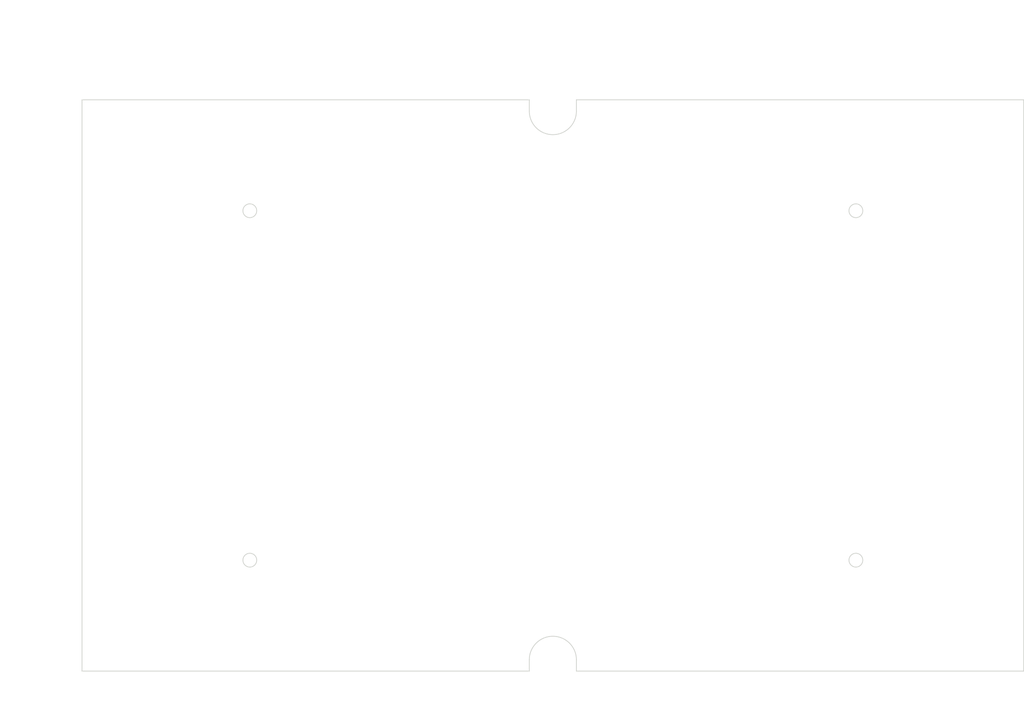
<source format=kicad_pcb>
(kicad_pcb (version 20171130) (host pcbnew "(5.1.0)-1")

  (general
    (thickness 1.6)
    (drawings 70)
    (tracks 0)
    (zones 0)
    (modules 0)
    (nets 1)
  )

  (page A3)
  (layers
    (0 F.Cu signal)
    (31 B.Cu signal)
    (32 B.Adhes user)
    (33 F.Adhes user)
    (34 B.Paste user)
    (35 F.Paste user)
    (36 B.SilkS user)
    (37 F.SilkS user)
    (38 B.Mask user)
    (39 F.Mask user)
    (40 Dwgs.User user)
    (41 Cmts.User user)
    (42 Eco1.User user)
    (43 Eco2.User user)
    (44 Edge.Cuts user)
    (45 Margin user)
    (46 B.CrtYd user)
    (47 F.CrtYd user)
    (48 B.Fab user)
    (49 F.Fab user)
  )

  (setup
    (last_trace_width 0.25)
    (trace_clearance 0.2)
    (zone_clearance 0.508)
    (zone_45_only no)
    (trace_min 0.2)
    (via_size 0.8)
    (via_drill 0.4)
    (via_min_size 0.4)
    (via_min_drill 0.3)
    (uvia_size 0.3)
    (uvia_drill 0.1)
    (uvias_allowed no)
    (uvia_min_size 0.2)
    (uvia_min_drill 0.1)
    (edge_width 0.05)
    (segment_width 0.2)
    (pcb_text_width 0.3)
    (pcb_text_size 1.5 1.5)
    (mod_edge_width 0.12)
    (mod_text_size 1 1)
    (mod_text_width 0.15)
    (pad_size 1.524 1.524)
    (pad_drill 0.762)
    (pad_to_mask_clearance 0.051)
    (solder_mask_min_width 0.25)
    (aux_axis_origin 0 0)
    (visible_elements FFFFFF7F)
    (pcbplotparams
      (layerselection 0x010fc_ffffffff)
      (usegerberextensions false)
      (usegerberattributes false)
      (usegerberadvancedattributes false)
      (creategerberjobfile false)
      (excludeedgelayer true)
      (linewidth 0.152400)
      (plotframeref false)
      (viasonmask false)
      (mode 1)
      (useauxorigin false)
      (hpglpennumber 1)
      (hpglpenspeed 20)
      (hpglpendiameter 15.000000)
      (psnegative false)
      (psa4output false)
      (plotreference true)
      (plotvalue true)
      (plotinvisibletext false)
      (padsonsilk false)
      (subtractmaskfromsilk false)
      (outputformat 1)
      (mirror false)
      (drillshape 1)
      (scaleselection 1)
      (outputdirectory ""))
  )

  (net 0 "")

  (net_class Default "This is the default net class."
    (clearance 0.2)
    (trace_width 0.25)
    (via_dia 0.8)
    (via_drill 0.4)
    (uvia_dia 0.3)
    (uvia_drill 0.1)
  )

  (gr_line (start 94.13912 223.769409) (end 94.13912 79.057008) (layer Edge.Cuts) (width 0.2))
  (gr_line (start 207.354701 223.769409) (end 94.13912 223.769409) (layer Edge.Cuts) (width 0.2))
  (gr_line (start 207.354701 220.895022) (end 207.354701 223.769409) (layer Edge.Cuts) (width 0.2))
  (gr_arc (start 213.314119 220.895022) (end 219.273538 220.895022) (angle -180) (layer Edge.Cuts) (width 0.2))
  (gr_line (start 219.273538 223.769409) (end 219.273538 220.895022) (layer Edge.Cuts) (width 0.2))
  (gr_line (start 332.48912 223.769409) (end 219.273538 223.769409) (layer Edge.Cuts) (width 0.2))
  (gr_line (start 332.48912 79.057008) (end 332.48912 223.769409) (layer Edge.Cuts) (width 0.2))
  (gr_line (start 219.273538 79.057008) (end 332.48912 79.057008) (layer Edge.Cuts) (width 0.2))
  (gr_line (start 219.273538 81.931395) (end 219.273538 79.057008) (layer Edge.Cuts) (width 0.2))
  (gr_arc (start 213.31412 81.931395) (end 207.354701 81.931395) (angle -180) (layer Edge.Cuts) (width 0.2))
  (gr_line (start 207.354701 79.057008) (end 207.354701 81.931395) (layer Edge.Cuts) (width 0.2))
  (gr_line (start 94.13912 79.057008) (end 207.354701 79.057008) (layer Edge.Cuts) (width 0.2))
  (gr_circle (center 290.01412 195.663208) (end 291.76672 195.663208) (layer Edge.Cuts) (width 0.2))
  (gr_circle (center 136.61412 107.163208) (end 138.36672 107.163208) (layer Edge.Cuts) (width 0.2))
  (gr_circle (center 136.61412 195.663208) (end 138.36672 195.663208) (layer Edge.Cuts) (width 0.2))
  (gr_circle (center 290.01412 107.163208) (end 291.76672 107.163208) (layer Edge.Cuts) (width 0.2))
  (gr_text [.35] (at 236.164034 74.974136) (layer Dwgs.User)
    (effects (font (size 1.7 1.53) (thickness 0.2125)))
  )
  (gr_text " 8.83" (at 236.164034 71.416121) (layer Dwgs.User)
    (effects (font (size 1.7 1.53) (thickness 0.2125)))
  )
  (gr_line (start 230.776926 73.084675) (end 232.776926 73.084675) (layer Dwgs.User) (width 0.2))
  (gr_line (start 230.776926 79.057008) (end 230.776926 73.084675) (layer Dwgs.User) (width 0.2))
  (gr_line (start 230.776926 85.890814) (end 230.776926 81.057008) (layer Dwgs.User) (width 0.2))
  (gr_line (start 214.31412 87.890814) (end 233.951926 87.890814) (layer Dwgs.User) (width 0.2))
  (gr_text [1.11] (at 87.526989 211.60577) (layer Dwgs.User)
    (effects (font (size 1.7 1.53) (thickness 0.2125)))
  )
  (gr_text " 28.11" (at 87.526989 208.048335) (layer Dwgs.User)
    (effects (font (size 1.7 1.53) (thickness 0.2125)))
  )
  (gr_line (start 87.526989 197.663208) (end 87.526989 206.158874) (layer Dwgs.User) (width 0.2))
  (gr_line (start 87.526989 221.769409) (end 87.526989 213.273744) (layer Dwgs.User) (width 0.2))
  (gr_line (start 135.61412 195.663208) (end 84.351989 195.663208) (layer Dwgs.User) (width 0.2))
  (gr_line (start 93.13912 223.769409) (end 84.351989 223.769409) (layer Dwgs.User) (width 0.2))
  (gr_text [1.67] (at 115.37662 232.943389) (layer Dwgs.User)
    (effects (font (size 1.7 1.53) (thickness 0.2125)))
  )
  (gr_text " 42.47" (at 115.37662 229.400449) (layer Dwgs.User)
    (effects (font (size 1.7 1.53) (thickness 0.2125)))
  )
  (gr_line (start 96.13912 231.053928) (end 111.329109 231.053928) (layer Dwgs.User) (width 0.2))
  (gr_line (start 134.61412 231.053928) (end 119.42413 231.053928) (layer Dwgs.User) (width 0.2))
  (gr_line (start 94.13912 224.769409) (end 94.13912 234.228928) (layer Dwgs.User) (width 0.2))
  (gr_line (start 136.61412 196.663208) (end 136.61412 234.228928) (layer Dwgs.User) (width 0.2))
  (gr_text [6.04] (at 213.31412 232.943389) (layer Dwgs.User)
    (effects (font (size 1.7 1.53) (thickness 0.2125)))
  )
  (gr_text " 153.40" (at 213.31412 229.385374) (layer Dwgs.User)
    (effects (font (size 1.7 1.53) (thickness 0.2125)))
  )
  (gr_line (start 288.01412 231.053928) (end 218.019133 231.053928) (layer Dwgs.User) (width 0.2))
  (gr_line (start 138.61412 231.053928) (end 208.609106 231.053928) (layer Dwgs.User) (width 0.2))
  (gr_line (start 290.01412 196.663208) (end 290.01412 234.228928) (layer Dwgs.User) (width 0.2))
  (gr_line (start 136.61412 196.663208) (end 136.61412 234.228928) (layer Dwgs.User) (width 0.2))
  (gr_text [.47] (at 200.499003 75.342527) (layer Dwgs.User)
    (effects (font (size 1.7 1.53) (thickness 0.2125)))
  )
  (gr_text " 11.92" (at 200.499003 71.788571) (layer Dwgs.User)
    (effects (font (size 1.7 1.53) (thickness 0.2125)))
  )
  (gr_line (start 207.354701 73.456545) (end 204.537816 73.456545) (layer Dwgs.User) (width 0.2))
  (gr_line (start 217.273538 73.456545) (end 209.354701 73.456545) (layer Dwgs.User) (width 0.2))
  (gr_line (start 219.273538 78.057008) (end 219.273538 70.281545) (layer Dwgs.User) (width 0.2))
  (gr_line (start 207.354701 78.057008) (end 207.354701 70.281545) (layer Dwgs.User) (width 0.2))
  (gr_text [4.46] (at 150.74691 70.946469) (layer Dwgs.User)
    (effects (font (size 1.7 1.53) (thickness 0.2125)))
  )
  (gr_text " 113.22" (at 150.74691 67.388454) (layer Dwgs.User)
    (effects (font (size 1.7 1.53) (thickness 0.2125)))
  )
  (gr_line (start 205.354701 69.057008) (end 155.446126 69.057008) (layer Dwgs.User) (width 0.2))
  (gr_line (start 96.13912 69.057008) (end 146.047695 69.057008) (layer Dwgs.User) (width 0.2))
  (gr_line (start 207.354701 78.057008) (end 207.354701 65.882008) (layer Dwgs.User) (width 0.2))
  (gr_line (start 94.13912 78.057008) (end 94.13912 65.882008) (layer Dwgs.User) (width 0.2))
  (gr_text [9.38] (at 213.31412 58.946469) (layer Dwgs.User)
    (effects (font (size 1.7 1.53) (thickness 0.2125)))
  )
  (gr_text " 238.35" (at 213.31412 55.388454) (layer Dwgs.User)
    (effects (font (size 1.7 1.53) (thickness 0.2125)))
  )
  (gr_line (start 330.48912 57.057008) (end 218.02841 57.057008) (layer Dwgs.User) (width 0.2))
  (gr_line (start 96.13912 57.057008) (end 208.599829 57.057008) (layer Dwgs.User) (width 0.2))
  (gr_line (start 332.48912 78.057008) (end 332.48912 53.882008) (layer Dwgs.User) (width 0.2))
  (gr_line (start 94.13912 78.057008) (end 94.13912 53.882008) (layer Dwgs.User) (width 0.2))
  (gr_text [3.48] (at 87.389767 153.30267) (layer Dwgs.User)
    (effects (font (size 1.7 1.53) (thickness 0.2125)))
  )
  (gr_text " 88.50" (at 87.389767 149.745234) (layer Dwgs.User)
    (effects (font (size 1.7 1.53) (thickness 0.2125)))
  )
  (gr_line (start 87.389767 193.663208) (end 87.389767 154.970644) (layer Dwgs.User) (width 0.2))
  (gr_line (start 87.389767 109.163208) (end 87.389767 147.855773) (layer Dwgs.User) (width 0.2))
  (gr_line (start 135.61412 195.663208) (end 84.214767 195.663208) (layer Dwgs.User) (width 0.2))
  (gr_line (start 135.61412 107.163208) (end 84.214767 107.163208) (layer Dwgs.User) (width 0.2))
  (gr_text [5.70] (at 78.13912 153.30267) (layer Dwgs.User)
    (effects (font (size 1.7 1.53) (thickness 0.2125)))
  )
  (gr_text " 144.71" (at 78.13912 149.75973) (layer Dwgs.User)
    (effects (font (size 1.7 1.53) (thickness 0.2125)))
  )
  (gr_line (start 78.13912 81.057008) (end 78.13912 147.870268) (layer Dwgs.User) (width 0.2))
  (gr_line (start 78.13912 221.769409) (end 78.13912 154.956149) (layer Dwgs.User) (width 0.2))
  (gr_line (start 93.13912 79.057008) (end 74.96412 79.057008) (layer Dwgs.User) (width 0.2))
  (gr_line (start 93.13912 223.769409) (end 74.96412 223.769409) (layer Dwgs.User) (width 0.2))

)

</source>
